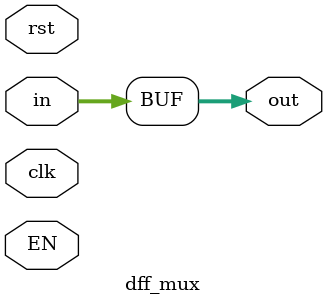
<source format=v>
module dff_mux #(

	parameter size = 18 ,
	parameter pipeline = 0 ,
	parameter RSTTYPE = "SYNC" 
	)(
	input[size - 1 : 0]  in,
	input clk ,
	input EN ,
	input rst ,
	output reg[size - 1 : 0] out 
	);
	generate
	if(pipeline)begin
		if(RSTTYPE == "SYNC")  begin
			always @(posedge clk ) begin
				if (rst) begin		
					out <= 0;
				end
				else begin
					if(EN) begin
                        out <= in;//pipelining enabled
                    end
				end
			end
		end
		else begin
			always @(posedge clk or posedge rst) begin
				if (rst) begin
					out <= 0;
				end
				else begin
					if(EN) begin
                        out <= in;//pipelining enabled
                    end
				end
			end
		end
	end
	else always@(in) out = in;
endgenerate






endmodule
</source>
